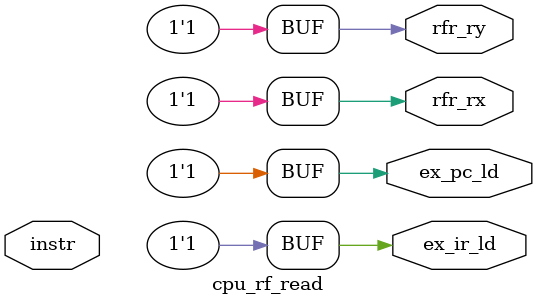
<source format=sv>
module cpu_rf_read(

input [15:0] instr,

output logic ex_pc_ld,
output logic ex_ir_ld,
output logic rfr_rx,
output logic rfr_ry

);

// TODO: Edit for jump ops

always_comb begin
    ex_pc_ld = 1'b1;
    ex_ir_ld = 1'b1;
    rfr_rx = 1'b1;
    rfr_ry = 1'b1;
end

endmodule
</source>
